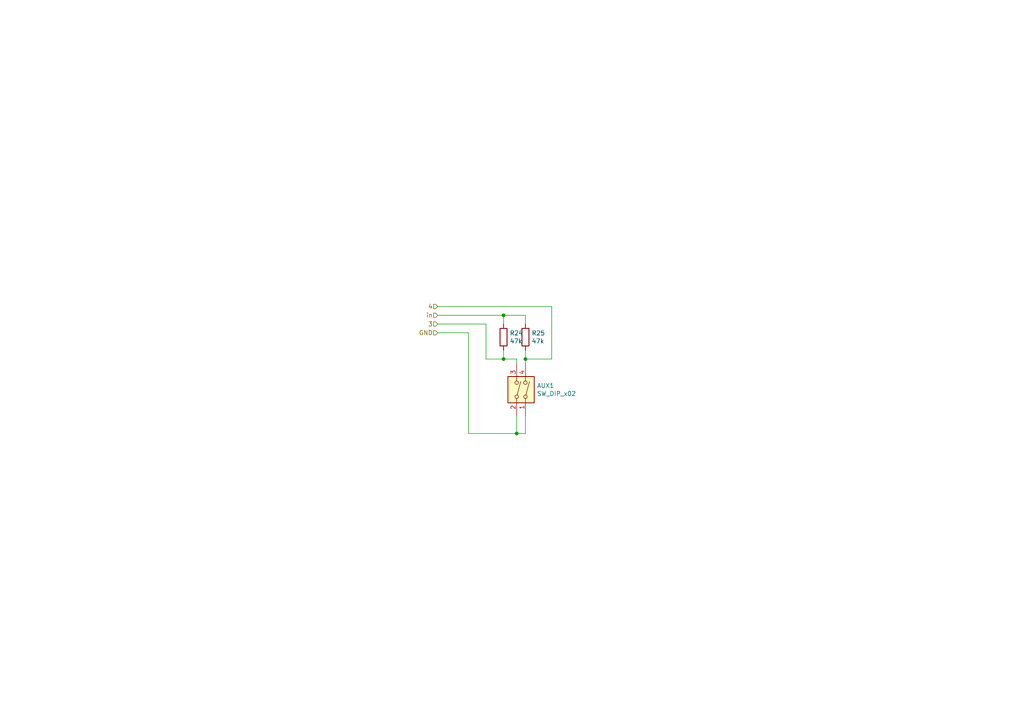
<source format=kicad_sch>
(kicad_sch (version 20211123) (generator eeschema)
  (paper "A4")
  (lib_symbols
    (symbol "Device:R" (pin_numbers hide) (pin_names (offset 0))
      (property "Reference" "R" (at 2.032 0 90))
      (property "Value" "R" (at 0 0 90))
      (symbol "R_0_1"
        (rectangle (start -1.016 -2.54) (end 1.016 2.54) (stroke (width 0.254)))
      )
      (symbol "R_1_1"
        (pin passive line (at 0 3.81 270) (length 1.27) (name "~") (number "1"))
        (pin passive line (at 0 -3.81 90) (length 1.27) (name "~") (number "2"))
      )
    )
    (symbol "Switch:SW_DIP_x02" (pin_names (offset 0) hide)
      (property "Reference" "SW" (at 0 6.35 0))
      (property "Value" "SW_DIP_x02" (at 0 -3.81 0))
      (symbol "SW_DIP_x02_0_0"
        (circle (center -2.032 0) (radius 0.508))
        (circle (center -2.032 2.54) (radius 0.508))
        (polyline (pts (xy -1.524 0.127) (xy 2.3622 1.1684)))
        (polyline (pts (xy -1.524 2.667) (xy 2.3622 3.7084)))
        (circle (center 2.032 0) (radius 0.508))
        (circle (center 2.032 2.54) (radius 0.508))
      )
      (symbol "SW_DIP_x02_0_1"
        (rectangle (start -3.81 5.08) (end 3.81 -2.54) (stroke (width 0.254)) (fill (type background)))
      )
      (symbol "SW_DIP_x02_1_1"
        (pin passive line (at -7.62 2.54 0) (length 5.08) (name "~") (number "1"))
        (pin passive line (at -7.62 0 0) (length 5.08) (name "~") (number "2"))
        (pin passive line (at 7.62 0 180) (length 5.08) (name "~") (number "3"))
        (pin passive line (at 7.62 2.54 180) (length 5.08) (name "~") (number "4"))
      )
    )
  )
  (junction (at 146.05 104.14))
  (junction (at 152.4 104.14))
  (junction (at 149.86 125.73))
  (junction (at 146.05 91.44))
  (wire (pts (xy 152.4 91.44) (xy 152.4 93.98)))
  (wire (pts (xy 152.4 125.73) (xy 152.4 120.65)))
  (wire (pts (xy 140.97 104.14) (xy 146.05 104.14)))
  (wire (pts (xy 135.89 125.73) (xy 149.86 125.73)))
  (wire (pts (xy 146.05 91.44) (xy 146.05 93.98)))
  (wire (pts (xy 149.86 125.73) (xy 152.4 125.73)))
  (wire (pts (xy 160.02 104.14) (xy 152.4 104.14)))
  (wire (pts (xy 152.4 101.6) (xy 152.4 104.14)))
  (wire (pts (xy 152.4 104.14) (xy 152.4 105.41)))
  (wire (pts (xy 149.86 120.65) (xy 149.86 125.73)))
  (wire (pts (xy 140.97 93.98) (xy 140.97 104.14)))
  (wire (pts (xy 135.89 96.52) (xy 135.89 125.73)))
  (wire (pts (xy 160.02 88.9) (xy 160.02 104.14)))
  (wire (pts (xy 127 88.9) (xy 160.02 88.9)))
  (wire (pts (xy 127 96.52) (xy 135.89 96.52)))
  (wire (pts (xy 146.05 104.14) (xy 149.86 104.14)))
  (wire (pts (xy 146.05 91.44) (xy 152.4 91.44)))
  (wire (pts (xy 149.86 104.14) (xy 149.86 105.41)))
  (wire (pts (xy 146.05 101.6) (xy 146.05 104.14)))
  (wire (pts (xy 127 93.98) (xy 140.97 93.98)))
  (wire (pts (xy 127 91.44) (xy 146.05 91.44)))
  (hierarchical_label "4" (shape input) (at 127 88.9 180))
  (hierarchical_label "3" (shape input) (at 127 93.98 180))
  (hierarchical_label "in" (shape input) (at 127 91.44 180))
  (hierarchical_label "GND" (shape input) (at 127 96.52 180))
  (symbol (lib_id "Device:R") (at 152.4 97.79 0) (unit 1)
    (property "Reference" "R25" (at 154.178 96.6216 0) (effects (justify left)))
    (property "Value" "47k" (at 154.178 98.933 0) (effects (justify left)))
    (property "Footprint" "Resistor_SMD:R_0603_1608Metric_Pad0.98x0.95mm_HandSolder" (effects hide))
  )
  (symbol (lib_id "Switch:SW_DIP_x02") (at 149.86 113.03 270) (mirror x) (unit 1)
    (property "Reference" "AUX1" (at 155.702 111.8616 90) (effects (justify left)))
    (property "Value" "SW_DIP_x02" (at 155.702 114.173 90) (effects (justify left)))
    (property "Footprint" "Button_Switch_THT:SW_DIP_SPSTx02_Slide_9.78x7.26mm_W7.62mm_P2.54mm" (effects hide))
  )
  (symbol (lib_id "Device:R") (at 146.05 97.79 0) (unit 1)
    (property "Reference" "R24" (at 147.828 96.6216 0) (effects (justify left)))
    (property "Value" "47k" (at 147.828 98.933 0) (effects (justify left)))
    (property "Footprint" "Resistor_SMD:R_0603_1608Metric_Pad0.98x0.95mm_HandSolder" (effects hide))
  )
)
</source>
